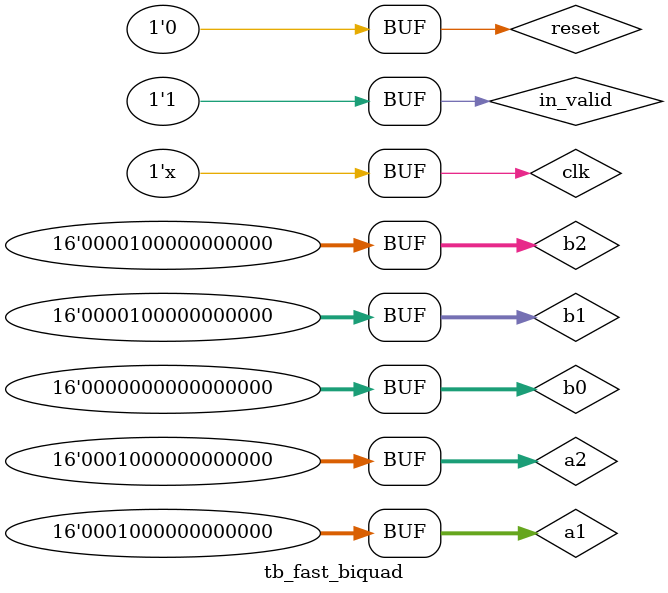
<source format=sv>
`timescale 1ps / 1ps


module tb_fast_biquad();
    
    
localparam SAMPLE_WIDTH = 8;
localparam COEF_WIDTH = 16;

    
reg clk = 1'b1;
always #5000 clk <= !clk;  
    
   
reg reset = 1'b1;
initial #51000 reset <= 1'b0;
    

// Coefficients are signed fixed-point values with a range of [-2, 2)
// Examples (assuming COEF_WIDTH==16):
//    2**13-1  =>   0.999  (approx.)
//    2**13    =>   1.0
//    2**14-1  =>   1.999  (approx.)
//    2**14    =>  -2.0
//    2**15-1  =>  -1.001  (approx.)
//    2**15    =>  -1.0
//    2**16-1  =>  -0.001  (approx.)
//
//
reg signed [COEF_WIDTH-1:0] b0 = 0 ;
reg signed [COEF_WIDTH-1:0] b1 = 2**11;
reg signed [COEF_WIDTH-1:0] b2 = 2**11;
     
reg signed [COEF_WIDTH-1:0] a1 = 2**12;
reg signed [COEF_WIDTH-1:0] a2 = 2**12;



//reg [SAMPLE_WIDTH-1:0] in;
wire in_valid = !reset;

wire signed [SAMPLE_WIDTH-1:0] out; 
wire out_valid;
    
    
    
    
    
        
wire signed [31:0] sig_p;
wire signed [SAMPLE_WIDTH-1:0] in = (sig_p > 0) ? 63 : -64;
    
gen_tone
#(

    // Tone
    .AMPL(127e-6),
    .FREQ(1.07e6),
    .SAMPLE_RATE(100e6),
//    .PHASE_DELTA_INC(0.00003)
    .PHASE_DELTA_INC(0.0)
    /*
    // White noise
    .AMPL(0),
    .CM_NOISE_AMPL(127e-6),
    .SAMPLE_RATE(25e6)
    */
)
siggen_a 
(
    .sig_p_uv(sig_p)
);
    
    
    
    
    
    
    
    
fast_biquad
#(
    .SAMPLE_WIDTH(SAMPLE_WIDTH),
    .COEF_WIDTH(COEF_WIDTH)
)
dut
(
    .clk(clk),
    .reset(reset),
    
    .b0(b0),
    .b1(b1),
    .b2(b2),
    .a1(a1),
    .a2(a2),
    
    .in(in),
    .in_valid(in_valid),
    
    .out(out),
    .out_valid(out_valid)
);   
    
    
    
endmodule

</source>
